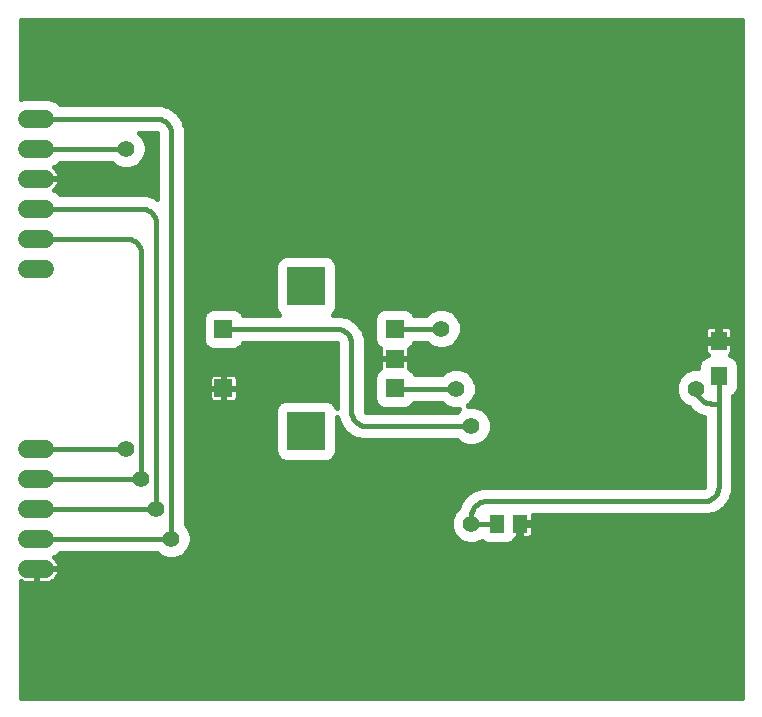
<source format=gbl>
G75*
%MOIN*%
%OFA0B0*%
%FSLAX24Y24*%
%IPPOS*%
%LPD*%
%AMOC8*
5,1,8,0,0,1.08239X$1,22.5*
%
%ADD10R,0.0512X0.0591*%
%ADD11R,0.0551X0.0630*%
%ADD12R,0.0594X0.0594*%
%ADD13R,0.1266X0.1266*%
%ADD14C,0.0600*%
%ADD15C,0.0560*%
%ADD16C,0.0160*%
D10*
X018426Y007180D03*
X019174Y007180D03*
D11*
X025800Y012089D03*
X025800Y013271D03*
D12*
X015003Y013664D03*
X015003Y012680D03*
X015003Y011696D03*
X009294Y011696D03*
X009294Y013664D03*
D13*
X012050Y015082D03*
X012050Y010278D03*
D14*
X003350Y009680D02*
X002750Y009680D01*
X002750Y008680D02*
X003350Y008680D01*
X003350Y007680D02*
X002750Y007680D01*
X002750Y006680D02*
X003350Y006680D01*
X003350Y005680D02*
X002750Y005680D01*
X002750Y015680D02*
X003350Y015680D01*
X003350Y016680D02*
X002750Y016680D01*
X002750Y017680D02*
X003350Y017680D01*
X003350Y018680D02*
X002750Y018680D01*
X002750Y019680D02*
X003350Y019680D01*
X003350Y020680D02*
X002750Y020680D01*
D15*
X006050Y019680D03*
X016550Y013680D03*
X017050Y012680D03*
X017050Y011680D03*
X017550Y010430D03*
X017550Y007180D03*
X020050Y007180D03*
X025050Y011680D03*
X025050Y013680D03*
X007550Y006680D03*
X007050Y007680D03*
X006550Y008680D03*
X006050Y009680D03*
D16*
X002530Y005253D02*
X002530Y001380D01*
X026570Y001380D01*
X026570Y023980D01*
X002530Y023980D01*
X002530Y021347D01*
X002611Y021380D01*
X003489Y021380D01*
X003747Y021273D01*
X003860Y021160D01*
X007205Y021160D01*
X007500Y021064D01*
X007500Y021064D01*
X007752Y020882D01*
X007752Y020882D01*
X007752Y020882D01*
X007934Y020630D01*
X007934Y020630D01*
X008030Y020335D01*
X008030Y007162D01*
X008126Y007065D01*
X008230Y006815D01*
X008230Y006545D01*
X008126Y006295D01*
X007935Y006104D01*
X007685Y006000D01*
X007415Y006000D01*
X007165Y006104D01*
X007068Y006200D01*
X003860Y006200D01*
X003747Y006087D01*
X003658Y006050D01*
X003663Y006046D01*
X003716Y005993D01*
X003761Y005932D01*
X003795Y005864D01*
X003818Y005792D01*
X003830Y005718D01*
X003830Y005700D01*
X003070Y005700D01*
X003070Y005660D01*
X003830Y005660D01*
X003830Y005642D01*
X003818Y005568D01*
X003795Y005496D01*
X003761Y005428D01*
X003716Y005367D01*
X003663Y005314D01*
X003602Y005269D01*
X003534Y005235D01*
X003462Y005212D01*
X003388Y005200D01*
X003070Y005200D01*
X003070Y005660D01*
X003030Y005660D01*
X003030Y005200D01*
X002712Y005200D01*
X002638Y005212D01*
X002566Y005235D01*
X002530Y005253D01*
X002530Y005252D02*
X002533Y005252D01*
X002530Y005094D02*
X026570Y005094D01*
X026570Y005252D02*
X003567Y005252D01*
X003748Y005411D02*
X026570Y005411D01*
X026570Y005569D02*
X003818Y005569D01*
X003828Y005728D02*
X026570Y005728D01*
X026570Y005886D02*
X003784Y005886D01*
X003664Y006045D02*
X007307Y006045D01*
X007793Y006045D02*
X026570Y006045D01*
X026570Y006203D02*
X008035Y006203D01*
X008154Y006362D02*
X026570Y006362D01*
X026570Y006520D02*
X018847Y006520D01*
X018908Y006546D02*
X019021Y006658D01*
X019040Y006705D01*
X019126Y006705D01*
X019126Y007132D01*
X019222Y007132D01*
X019222Y006705D01*
X019454Y006705D01*
X019499Y006717D01*
X019540Y006741D01*
X019574Y006774D01*
X019598Y006815D01*
X019610Y006861D01*
X019610Y007132D01*
X019222Y007132D01*
X019222Y007228D01*
X019610Y007228D01*
X019610Y007450D01*
X025455Y007450D01*
X025750Y007546D01*
X025750Y007546D01*
X026002Y007728D01*
X026002Y007728D01*
X026002Y007728D01*
X026184Y007980D01*
X026280Y008275D01*
X026280Y011426D01*
X026302Y011435D01*
X026415Y011548D01*
X026476Y011695D01*
X026476Y012484D01*
X026415Y012631D01*
X026302Y012744D01*
X026166Y012800D01*
X026186Y012812D01*
X026220Y012845D01*
X026243Y012886D01*
X026256Y012932D01*
X026256Y013213D01*
X025858Y013213D01*
X025858Y013328D01*
X026256Y013328D01*
X026256Y013609D01*
X026243Y013655D01*
X026220Y013696D01*
X026186Y013730D01*
X026145Y013753D01*
X026099Y013766D01*
X025858Y013766D01*
X025858Y013328D01*
X025742Y013328D01*
X025742Y013213D01*
X025344Y013213D01*
X025344Y012932D01*
X025357Y012886D01*
X025380Y012845D01*
X025414Y012812D01*
X025434Y012800D01*
X025298Y012744D01*
X025185Y012631D01*
X025124Y012484D01*
X025124Y012360D01*
X024915Y012360D01*
X024665Y012256D01*
X024474Y012065D01*
X024370Y011815D01*
X024370Y011545D01*
X024474Y011295D01*
X024665Y011104D01*
X024797Y011049D01*
X024848Y010978D01*
X024848Y010978D01*
X024848Y010978D01*
X025100Y010796D01*
X025320Y010724D01*
X025320Y008430D01*
X025320Y008427D01*
X025318Y008421D01*
X025314Y008416D01*
X025309Y008412D01*
X025303Y008410D01*
X025300Y008410D01*
X017895Y008410D01*
X017600Y008314D01*
X017600Y008314D01*
X017348Y008132D01*
X017348Y008132D01*
X017348Y008132D01*
X017166Y007880D01*
X017107Y007698D01*
X016974Y007565D01*
X016870Y007315D01*
X016870Y007045D01*
X016974Y006795D01*
X017165Y006604D01*
X017415Y006500D01*
X017685Y006500D01*
X017900Y006589D01*
X017943Y006546D01*
X018091Y006485D01*
X018761Y006485D01*
X018908Y006546D01*
X019029Y006679D02*
X026570Y006679D01*
X026570Y006837D02*
X019603Y006837D01*
X019610Y006996D02*
X026570Y006996D01*
X026570Y007154D02*
X019222Y007154D01*
X019174Y007180D02*
X020050Y007180D01*
X019610Y007313D02*
X026570Y007313D01*
X026570Y007471D02*
X025520Y007471D01*
X025865Y007630D02*
X026570Y007630D01*
X026570Y007788D02*
X026045Y007788D01*
X026160Y007947D02*
X026570Y007947D01*
X026570Y008105D02*
X026225Y008105D01*
X026184Y007980D02*
X026184Y007980D01*
X026276Y008264D02*
X026570Y008264D01*
X026570Y008422D02*
X026280Y008422D01*
X026280Y008581D02*
X026570Y008581D01*
X026570Y008739D02*
X026280Y008739D01*
X026280Y008898D02*
X026570Y008898D01*
X026570Y009056D02*
X026280Y009056D01*
X026280Y009215D02*
X026570Y009215D01*
X026570Y009373D02*
X026280Y009373D01*
X026280Y009532D02*
X026570Y009532D01*
X026570Y009690D02*
X026280Y009690D01*
X026280Y009849D02*
X026570Y009849D01*
X026570Y010007D02*
X026280Y010007D01*
X026280Y010166D02*
X026570Y010166D01*
X026570Y010324D02*
X026280Y010324D01*
X026280Y010483D02*
X026570Y010483D01*
X026570Y010641D02*
X026280Y010641D01*
X026280Y010800D02*
X026570Y010800D01*
X026570Y010958D02*
X026280Y010958D01*
X026280Y011117D02*
X026570Y011117D01*
X026570Y011275D02*
X026280Y011275D01*
X026298Y011434D02*
X026570Y011434D01*
X026570Y011592D02*
X026433Y011592D01*
X026476Y011751D02*
X026570Y011751D01*
X026570Y011909D02*
X026476Y011909D01*
X026476Y012068D02*
X026570Y012068D01*
X026570Y012226D02*
X026476Y012226D01*
X026476Y012385D02*
X026570Y012385D01*
X026570Y012543D02*
X026451Y012543D01*
X026344Y012702D02*
X026570Y012702D01*
X026570Y012860D02*
X026228Y012860D01*
X026256Y013019D02*
X026570Y013019D01*
X026570Y013177D02*
X026256Y013177D01*
X026256Y013336D02*
X026570Y013336D01*
X026570Y013494D02*
X026256Y013494D01*
X026244Y013653D02*
X026570Y013653D01*
X026570Y013811D02*
X017230Y013811D01*
X017230Y013815D02*
X017126Y014065D01*
X016935Y014256D01*
X016685Y014360D01*
X016415Y014360D01*
X016165Y014256D01*
X016053Y014144D01*
X015657Y014144D01*
X015639Y014188D01*
X015526Y014300D01*
X015379Y014361D01*
X014626Y014361D01*
X014479Y014300D01*
X014367Y014188D01*
X014306Y014041D01*
X014306Y013288D01*
X014367Y013141D01*
X014479Y013028D01*
X014528Y013008D01*
X014526Y013001D01*
X014526Y012698D01*
X014984Y012698D01*
X014984Y012662D01*
X014526Y012662D01*
X014526Y012359D01*
X014528Y012352D01*
X014479Y012332D01*
X014367Y012219D01*
X014306Y012072D01*
X014306Y011319D01*
X014367Y011172D01*
X014479Y011060D01*
X014626Y010999D01*
X015379Y010999D01*
X015526Y011060D01*
X015639Y011172D01*
X015650Y011200D01*
X016568Y011200D01*
X016665Y011104D01*
X016915Y011000D01*
X017158Y011000D01*
X017068Y010910D01*
X014050Y010910D01*
X014047Y010910D01*
X014041Y010912D01*
X014036Y010916D01*
X014032Y010921D01*
X014030Y010927D01*
X014030Y010930D01*
X014030Y013333D01*
X013936Y013623D01*
X013756Y013870D01*
X013756Y013870D01*
X013509Y014050D01*
X013218Y014144D01*
X012945Y014144D01*
X013022Y014222D01*
X013083Y014369D01*
X013083Y015794D01*
X013022Y015941D01*
X012910Y016054D01*
X012763Y016115D01*
X011337Y016115D01*
X011190Y016054D01*
X011078Y015941D01*
X011017Y015794D01*
X011017Y014369D01*
X011078Y014222D01*
X011155Y014144D01*
X009948Y014144D01*
X009930Y014188D01*
X009818Y014300D01*
X009671Y014361D01*
X008918Y014361D01*
X008771Y014300D01*
X008658Y014188D01*
X008597Y014041D01*
X008597Y013288D01*
X008658Y013141D01*
X008771Y013028D01*
X008918Y012967D01*
X009671Y012967D01*
X009818Y013028D01*
X009930Y013141D01*
X009948Y013184D01*
X013066Y013184D01*
X013066Y013184D01*
X013068Y013184D01*
X013069Y013183D01*
X013070Y013182D01*
X013070Y013181D01*
X013070Y013180D01*
X013070Y011023D01*
X013022Y011138D01*
X012910Y011251D01*
X012763Y011311D01*
X011337Y011311D01*
X011190Y011251D01*
X011078Y011138D01*
X011017Y010991D01*
X011017Y009566D01*
X011078Y009419D01*
X011190Y009306D01*
X011337Y009245D01*
X012763Y009245D01*
X012910Y009306D01*
X013022Y009419D01*
X013083Y009566D01*
X013083Y010735D01*
X013166Y010480D01*
X013166Y010480D01*
X013348Y010228D01*
X013348Y010228D01*
X013348Y010228D01*
X013600Y010046D01*
X013895Y009950D01*
X017068Y009950D01*
X017165Y009854D01*
X017415Y009750D01*
X017685Y009750D01*
X017935Y009854D01*
X018126Y010045D01*
X018230Y010295D01*
X018230Y010565D01*
X018126Y010815D01*
X017935Y011006D01*
X017685Y011110D01*
X017442Y011110D01*
X017626Y011295D01*
X017730Y011545D01*
X017730Y011815D01*
X017626Y012065D01*
X017435Y012256D01*
X017185Y012360D01*
X016915Y012360D01*
X016665Y012256D01*
X016568Y012160D01*
X015663Y012160D01*
X015639Y012219D01*
X015526Y012332D01*
X015478Y012352D01*
X015480Y012359D01*
X015480Y012662D01*
X015021Y012662D01*
X015021Y012698D01*
X015480Y012698D01*
X015480Y013001D01*
X015478Y013008D01*
X015526Y013028D01*
X015639Y013141D01*
X015657Y013184D01*
X016084Y013184D01*
X016165Y013104D01*
X016415Y013000D01*
X016685Y013000D01*
X016935Y013104D01*
X017126Y013295D01*
X017230Y013545D01*
X017230Y013815D01*
X017230Y013653D02*
X025356Y013653D01*
X025357Y013655D02*
X025344Y013609D01*
X025344Y013328D01*
X025742Y013328D01*
X025742Y013766D01*
X025501Y013766D01*
X025455Y013753D01*
X025414Y013730D01*
X025380Y013696D01*
X025357Y013655D01*
X025344Y013494D02*
X017209Y013494D01*
X017143Y013336D02*
X025344Y013336D01*
X025344Y013177D02*
X017009Y013177D01*
X016730Y013019D02*
X025344Y013019D01*
X025372Y012860D02*
X015480Y012860D01*
X015480Y012702D02*
X025256Y012702D01*
X025149Y012543D02*
X015480Y012543D01*
X015480Y012385D02*
X025124Y012385D01*
X024634Y012226D02*
X017466Y012226D01*
X017624Y012068D02*
X024476Y012068D01*
X024409Y011909D02*
X017691Y011909D01*
X017730Y011751D02*
X024370Y011751D01*
X024370Y011592D02*
X017730Y011592D01*
X017684Y011434D02*
X024416Y011434D01*
X024493Y011275D02*
X017607Y011275D01*
X017448Y011117D02*
X024652Y011117D01*
X024876Y010958D02*
X017984Y010958D01*
X018133Y010800D02*
X025095Y010800D01*
X025100Y010796D02*
X025100Y010796D01*
X025320Y010641D02*
X018199Y010641D01*
X018230Y010483D02*
X025320Y010483D01*
X025320Y010324D02*
X018230Y010324D01*
X018176Y010166D02*
X025320Y010166D01*
X025320Y010007D02*
X018089Y010007D01*
X017923Y009849D02*
X025320Y009849D01*
X025320Y009690D02*
X013083Y009690D01*
X013083Y009849D02*
X017177Y009849D01*
X017550Y010430D02*
X014050Y010430D01*
X014006Y010432D01*
X013963Y010438D01*
X013921Y010447D01*
X013879Y010460D01*
X013839Y010477D01*
X013800Y010497D01*
X013763Y010520D01*
X013729Y010547D01*
X013696Y010576D01*
X013667Y010609D01*
X013640Y010643D01*
X013617Y010680D01*
X013597Y010719D01*
X013580Y010759D01*
X013567Y010801D01*
X013558Y010843D01*
X013552Y010886D01*
X013550Y010930D01*
X013550Y013180D01*
X014030Y013177D02*
X014352Y013177D01*
X014306Y013336D02*
X014029Y013336D01*
X013978Y013494D02*
X014306Y013494D01*
X014306Y013653D02*
X013914Y013653D01*
X013799Y013811D02*
X014306Y013811D01*
X014306Y013970D02*
X013620Y013970D01*
X013509Y014050D02*
X013509Y014050D01*
X013268Y014128D02*
X014342Y014128D01*
X014466Y014287D02*
X013049Y014287D01*
X013083Y014445D02*
X026570Y014445D01*
X026570Y014287D02*
X016863Y014287D01*
X017064Y014128D02*
X026570Y014128D01*
X026570Y013970D02*
X017166Y013970D01*
X016550Y013680D02*
X016549Y013674D01*
X016545Y013669D01*
X016540Y013665D01*
X016534Y013664D01*
X015003Y013664D01*
X015654Y013177D02*
X016091Y013177D01*
X016370Y013019D02*
X015503Y013019D01*
X015003Y012680D02*
X017050Y012680D01*
X016634Y012226D02*
X015632Y012226D01*
X015019Y011680D02*
X015013Y011681D01*
X015008Y011685D01*
X015004Y011690D01*
X015003Y011696D01*
X015019Y011680D02*
X017050Y011680D01*
X016652Y011117D02*
X015583Y011117D01*
X014423Y011117D02*
X014030Y011117D01*
X014030Y011275D02*
X014324Y011275D01*
X014306Y011434D02*
X014030Y011434D01*
X014030Y011592D02*
X014306Y011592D01*
X014306Y011751D02*
X014030Y011751D01*
X014030Y011909D02*
X014306Y011909D01*
X014306Y012068D02*
X014030Y012068D01*
X014030Y012226D02*
X014374Y012226D01*
X014526Y012385D02*
X014030Y012385D01*
X014030Y012543D02*
X014526Y012543D01*
X014526Y012702D02*
X014030Y012702D01*
X014030Y012860D02*
X014526Y012860D01*
X014503Y013019D02*
X014030Y013019D01*
X013070Y013019D02*
X009794Y013019D01*
X009945Y013177D02*
X013070Y013177D01*
X013550Y013180D02*
X013548Y013222D01*
X013543Y013264D01*
X013534Y013305D01*
X013521Y013346D01*
X013505Y013385D01*
X013485Y013422D01*
X013462Y013458D01*
X013437Y013491D01*
X013408Y013522D01*
X013377Y013551D01*
X013344Y013576D01*
X013308Y013599D01*
X013271Y013619D01*
X013232Y013635D01*
X013191Y013648D01*
X013150Y013657D01*
X013108Y013662D01*
X013066Y013664D01*
X009294Y013664D01*
X008597Y013653D02*
X008030Y013653D01*
X008030Y013811D02*
X008597Y013811D01*
X008597Y013970D02*
X008030Y013970D01*
X008030Y014128D02*
X008633Y014128D01*
X008757Y014287D02*
X008030Y014287D01*
X008030Y014445D02*
X011017Y014445D01*
X011017Y014604D02*
X008030Y014604D01*
X008030Y014762D02*
X011017Y014762D01*
X011017Y014921D02*
X008030Y014921D01*
X008030Y015079D02*
X011017Y015079D01*
X011017Y015238D02*
X008030Y015238D01*
X008030Y015396D02*
X011017Y015396D01*
X011017Y015555D02*
X008030Y015555D01*
X008030Y015713D02*
X011017Y015713D01*
X011049Y015872D02*
X008030Y015872D01*
X008030Y016030D02*
X011167Y016030D01*
X011051Y014287D02*
X009831Y014287D01*
X008597Y013494D02*
X008030Y013494D01*
X008030Y013336D02*
X008597Y013336D01*
X008643Y013177D02*
X008030Y013177D01*
X008030Y013019D02*
X008794Y013019D01*
X008030Y012860D02*
X013070Y012860D01*
X013070Y012702D02*
X008030Y012702D01*
X008030Y012543D02*
X013070Y012543D01*
X013070Y012385D02*
X008030Y012385D01*
X008030Y012226D02*
X013070Y012226D01*
X013070Y012068D02*
X009756Y012068D01*
X009759Y012062D02*
X009735Y012103D01*
X009701Y012137D01*
X009660Y012160D01*
X009615Y012173D01*
X009313Y012173D01*
X009313Y011714D01*
X009771Y011714D01*
X009771Y012016D01*
X009759Y012062D01*
X009771Y011909D02*
X013070Y011909D01*
X013070Y011751D02*
X009771Y011751D01*
X009771Y011677D02*
X009313Y011677D01*
X009313Y011714D01*
X009276Y011714D01*
X009276Y012173D01*
X008974Y012173D01*
X008928Y012160D01*
X008887Y012137D01*
X008853Y012103D01*
X008830Y012062D01*
X008817Y012016D01*
X008817Y011714D01*
X009276Y011714D01*
X009276Y011677D01*
X009313Y011677D01*
X009313Y011219D01*
X009615Y011219D01*
X009660Y011231D01*
X009701Y011255D01*
X009735Y011288D01*
X009759Y011329D01*
X009771Y011375D01*
X009771Y011677D01*
X009771Y011592D02*
X013070Y011592D01*
X013070Y011434D02*
X009771Y011434D01*
X009722Y011275D02*
X011249Y011275D01*
X011069Y011117D02*
X008030Y011117D01*
X008030Y011275D02*
X008867Y011275D01*
X008853Y011288D02*
X008887Y011255D01*
X008928Y011231D01*
X008974Y011219D01*
X009276Y011219D01*
X009276Y011677D01*
X008817Y011677D01*
X008817Y011375D01*
X008830Y011329D01*
X008853Y011288D01*
X008817Y011434D02*
X008030Y011434D01*
X008030Y011592D02*
X008817Y011592D01*
X008817Y011751D02*
X008030Y011751D01*
X008030Y011909D02*
X008817Y011909D01*
X008833Y012068D02*
X008030Y012068D01*
X008030Y010958D02*
X011017Y010958D01*
X011017Y010800D02*
X008030Y010800D01*
X008030Y010641D02*
X011017Y010641D01*
X011017Y010483D02*
X008030Y010483D01*
X008030Y010324D02*
X011017Y010324D01*
X011017Y010166D02*
X008030Y010166D01*
X008030Y010007D02*
X011017Y010007D01*
X011017Y009849D02*
X008030Y009849D01*
X008030Y009690D02*
X011017Y009690D01*
X011031Y009532D02*
X008030Y009532D01*
X008030Y009373D02*
X011124Y009373D01*
X012976Y009373D02*
X025320Y009373D01*
X025320Y009215D02*
X008030Y009215D01*
X008030Y009056D02*
X025320Y009056D01*
X025320Y008898D02*
X008030Y008898D01*
X008030Y008739D02*
X025320Y008739D01*
X025320Y008581D02*
X008030Y008581D01*
X008030Y008422D02*
X025318Y008422D01*
X025320Y008427D02*
X025320Y008427D01*
X025800Y008430D02*
X025798Y008386D01*
X025792Y008343D01*
X025783Y008301D01*
X025770Y008259D01*
X025753Y008219D01*
X025733Y008180D01*
X025710Y008143D01*
X025683Y008109D01*
X025654Y008076D01*
X025621Y008047D01*
X025587Y008020D01*
X025550Y007997D01*
X025511Y007977D01*
X025471Y007960D01*
X025429Y007947D01*
X025387Y007938D01*
X025344Y007932D01*
X025300Y007930D01*
X018050Y007930D01*
X018006Y007928D01*
X017963Y007922D01*
X017921Y007913D01*
X017879Y007900D01*
X017839Y007883D01*
X017800Y007863D01*
X017763Y007840D01*
X017729Y007813D01*
X017696Y007784D01*
X017667Y007751D01*
X017640Y007717D01*
X017617Y007680D01*
X017597Y007641D01*
X017580Y007601D01*
X017567Y007559D01*
X017558Y007517D01*
X017552Y007474D01*
X017550Y007430D01*
X017550Y007180D01*
X018426Y007180D01*
X019126Y006996D02*
X019222Y006996D01*
X019222Y006837D02*
X019126Y006837D01*
X018005Y006520D02*
X017734Y006520D01*
X017366Y006520D02*
X008220Y006520D01*
X008230Y006679D02*
X017090Y006679D01*
X016956Y006837D02*
X008221Y006837D01*
X008155Y006996D02*
X016890Y006996D01*
X016870Y007154D02*
X008038Y007154D01*
X008030Y007313D02*
X016870Y007313D01*
X016935Y007471D02*
X008030Y007471D01*
X008030Y007630D02*
X017038Y007630D01*
X017136Y007788D02*
X008030Y007788D01*
X008030Y007947D02*
X017214Y007947D01*
X017166Y007880D02*
X017166Y007880D01*
X017329Y008105D02*
X008030Y008105D01*
X008030Y008264D02*
X017530Y008264D01*
X017116Y010958D02*
X014030Y010958D01*
X013279Y010324D02*
X013083Y010324D01*
X013083Y010166D02*
X013435Y010166D01*
X013600Y010046D02*
X013600Y010046D01*
X013719Y010007D02*
X013083Y010007D01*
X013083Y010483D02*
X013165Y010483D01*
X013113Y010641D02*
X013083Y010641D01*
X013070Y011117D02*
X013031Y011117D01*
X013070Y011275D02*
X012851Y011275D01*
X013069Y009532D02*
X025320Y009532D01*
X025800Y008430D02*
X025800Y011180D01*
X025550Y011180D01*
X025800Y011180D02*
X025800Y012089D01*
X025050Y011680D02*
X025052Y011636D01*
X025058Y011593D01*
X025067Y011551D01*
X025080Y011509D01*
X025097Y011469D01*
X025117Y011430D01*
X025140Y011393D01*
X025167Y011359D01*
X025196Y011326D01*
X025229Y011297D01*
X025263Y011270D01*
X025300Y011247D01*
X025339Y011227D01*
X025379Y011210D01*
X025421Y011197D01*
X025463Y011188D01*
X025506Y011182D01*
X025550Y011180D01*
X025742Y013336D02*
X025858Y013336D01*
X025858Y013494D02*
X025742Y013494D01*
X025742Y013653D02*
X025858Y013653D01*
X026570Y014604D02*
X013083Y014604D01*
X013083Y014762D02*
X026570Y014762D01*
X026570Y014921D02*
X013083Y014921D01*
X013083Y015079D02*
X026570Y015079D01*
X026570Y015238D02*
X013083Y015238D01*
X013083Y015396D02*
X026570Y015396D01*
X026570Y015555D02*
X013083Y015555D01*
X013083Y015713D02*
X026570Y015713D01*
X026570Y015872D02*
X013051Y015872D01*
X012933Y016030D02*
X026570Y016030D01*
X026570Y016189D02*
X008030Y016189D01*
X008030Y016347D02*
X026570Y016347D01*
X026570Y016506D02*
X008030Y016506D01*
X008030Y016664D02*
X026570Y016664D01*
X026570Y016823D02*
X008030Y016823D01*
X008030Y016981D02*
X026570Y016981D01*
X026570Y017140D02*
X008030Y017140D01*
X008030Y017298D02*
X026570Y017298D01*
X026570Y017457D02*
X008030Y017457D01*
X008030Y017615D02*
X026570Y017615D01*
X026570Y017774D02*
X008030Y017774D01*
X008030Y017932D02*
X026570Y017932D01*
X026570Y018091D02*
X008030Y018091D01*
X008030Y018249D02*
X026570Y018249D01*
X026570Y018408D02*
X008030Y018408D01*
X008030Y018566D02*
X026570Y018566D01*
X026570Y018725D02*
X008030Y018725D01*
X008030Y018883D02*
X026570Y018883D01*
X026570Y019042D02*
X008030Y019042D01*
X008030Y019200D02*
X026570Y019200D01*
X026570Y019359D02*
X008030Y019359D01*
X008030Y019517D02*
X026570Y019517D01*
X026570Y019676D02*
X008030Y019676D01*
X008030Y019834D02*
X026570Y019834D01*
X026570Y019993D02*
X008030Y019993D01*
X008030Y020151D02*
X026570Y020151D01*
X026570Y020310D02*
X008030Y020310D01*
X007987Y020468D02*
X026570Y020468D01*
X026570Y020627D02*
X007935Y020627D01*
X007822Y020785D02*
X026570Y020785D01*
X026570Y020944D02*
X007666Y020944D01*
X007384Y021102D02*
X026570Y021102D01*
X026570Y021261D02*
X003759Y021261D01*
X003050Y020680D02*
X007050Y020680D01*
X007050Y020200D02*
X006492Y020200D01*
X006626Y020065D01*
X006730Y019815D01*
X006730Y019545D01*
X006626Y019295D01*
X006435Y019104D01*
X006185Y019000D01*
X005915Y019000D01*
X005665Y019104D01*
X005568Y019200D01*
X003860Y019200D01*
X003747Y019087D01*
X003658Y019050D01*
X003663Y019046D01*
X003716Y018993D01*
X003761Y018932D01*
X003795Y018864D01*
X003818Y018792D01*
X003830Y018718D01*
X003830Y018700D01*
X003070Y018700D01*
X003070Y018660D01*
X003830Y018660D01*
X003830Y018642D01*
X003818Y018568D01*
X003795Y018496D01*
X003761Y018428D01*
X003716Y018367D01*
X003663Y018314D01*
X003658Y018310D01*
X003747Y018273D01*
X003860Y018160D01*
X006705Y018160D01*
X007000Y018064D01*
X007000Y018064D01*
X007070Y018014D01*
X007070Y020180D01*
X007070Y020183D01*
X007068Y020189D01*
X007064Y020194D01*
X007059Y020198D01*
X007053Y020200D01*
X007050Y020200D01*
X007050Y020680D02*
X007094Y020678D01*
X007137Y020672D01*
X007179Y020663D01*
X007221Y020650D01*
X007261Y020633D01*
X007300Y020613D01*
X007337Y020590D01*
X007371Y020563D01*
X007404Y020534D01*
X007433Y020501D01*
X007460Y020467D01*
X007483Y020430D01*
X007503Y020391D01*
X007520Y020351D01*
X007533Y020309D01*
X007542Y020267D01*
X007548Y020224D01*
X007550Y020180D01*
X007550Y006680D01*
X003050Y006680D01*
X003050Y007680D02*
X007050Y007680D01*
X007050Y017180D01*
X007048Y017224D01*
X007042Y017267D01*
X007033Y017309D01*
X007020Y017351D01*
X007003Y017391D01*
X006983Y017430D01*
X006960Y017467D01*
X006933Y017501D01*
X006904Y017534D01*
X006871Y017563D01*
X006837Y017590D01*
X006800Y017613D01*
X006761Y017633D01*
X006721Y017650D01*
X006679Y017663D01*
X006637Y017672D01*
X006594Y017678D01*
X006550Y017680D01*
X003050Y017680D01*
X003771Y018249D02*
X007070Y018249D01*
X007070Y018091D02*
X006919Y018091D01*
X007070Y018408D02*
X003745Y018408D01*
X003818Y018566D02*
X007070Y018566D01*
X007070Y018725D02*
X003829Y018725D01*
X003785Y018883D02*
X007070Y018883D01*
X007070Y019042D02*
X006286Y019042D01*
X006532Y019200D02*
X007070Y019200D01*
X007070Y019359D02*
X006653Y019359D01*
X006719Y019517D02*
X007070Y019517D01*
X007070Y019676D02*
X006730Y019676D01*
X006722Y019834D02*
X007070Y019834D01*
X007070Y019993D02*
X006657Y019993D01*
X006541Y020151D02*
X007070Y020151D01*
X006050Y019680D02*
X003050Y019680D01*
X003667Y019042D02*
X005814Y019042D01*
X006050Y016680D02*
X003050Y016680D01*
X006050Y016680D02*
X006094Y016678D01*
X006137Y016672D01*
X006179Y016663D01*
X006221Y016650D01*
X006261Y016633D01*
X006300Y016613D01*
X006337Y016590D01*
X006371Y016563D01*
X006404Y016534D01*
X006433Y016501D01*
X006460Y016467D01*
X006483Y016430D01*
X006503Y016391D01*
X006520Y016351D01*
X006533Y016309D01*
X006542Y016267D01*
X006548Y016224D01*
X006550Y016180D01*
X006550Y008680D01*
X003050Y008680D01*
X003050Y009680D02*
X006050Y009680D01*
X009276Y011275D02*
X009313Y011275D01*
X009313Y011434D02*
X009276Y011434D01*
X009276Y011592D02*
X009313Y011592D01*
X009313Y011751D02*
X009276Y011751D01*
X009276Y011909D02*
X009313Y011909D01*
X009313Y012068D02*
X009276Y012068D01*
X015540Y014287D02*
X016237Y014287D01*
X026570Y021419D02*
X002530Y021419D01*
X002530Y021578D02*
X026570Y021578D01*
X026570Y021736D02*
X002530Y021736D01*
X002530Y021895D02*
X026570Y021895D01*
X026570Y022053D02*
X002530Y022053D01*
X002530Y022212D02*
X026570Y022212D01*
X026570Y022370D02*
X002530Y022370D01*
X002530Y022529D02*
X026570Y022529D01*
X026570Y022687D02*
X002530Y022687D01*
X002530Y022846D02*
X026570Y022846D01*
X026570Y023004D02*
X002530Y023004D01*
X002530Y023163D02*
X026570Y023163D01*
X026570Y023321D02*
X002530Y023321D01*
X002530Y023480D02*
X026570Y023480D01*
X026570Y023638D02*
X002530Y023638D01*
X002530Y023797D02*
X026570Y023797D01*
X026570Y023955D02*
X002530Y023955D01*
X003030Y005569D02*
X003070Y005569D01*
X003070Y005411D02*
X003030Y005411D01*
X003030Y005252D02*
X003070Y005252D01*
X002530Y004935D02*
X026570Y004935D01*
X026570Y004777D02*
X002530Y004777D01*
X002530Y004618D02*
X026570Y004618D01*
X026570Y004460D02*
X002530Y004460D01*
X002530Y004301D02*
X026570Y004301D01*
X026570Y004143D02*
X002530Y004143D01*
X002530Y003984D02*
X026570Y003984D01*
X026570Y003826D02*
X002530Y003826D01*
X002530Y003667D02*
X026570Y003667D01*
X026570Y003509D02*
X002530Y003509D01*
X002530Y003350D02*
X026570Y003350D01*
X026570Y003192D02*
X002530Y003192D01*
X002530Y003033D02*
X026570Y003033D01*
X026570Y002875D02*
X002530Y002875D01*
X002530Y002716D02*
X026570Y002716D01*
X026570Y002558D02*
X002530Y002558D01*
X002530Y002399D02*
X026570Y002399D01*
X026570Y002241D02*
X002530Y002241D01*
X002530Y002082D02*
X026570Y002082D01*
X026570Y001924D02*
X002530Y001924D01*
X002530Y001765D02*
X026570Y001765D01*
X026570Y001607D02*
X002530Y001607D01*
X002530Y001448D02*
X026570Y001448D01*
M02*

</source>
